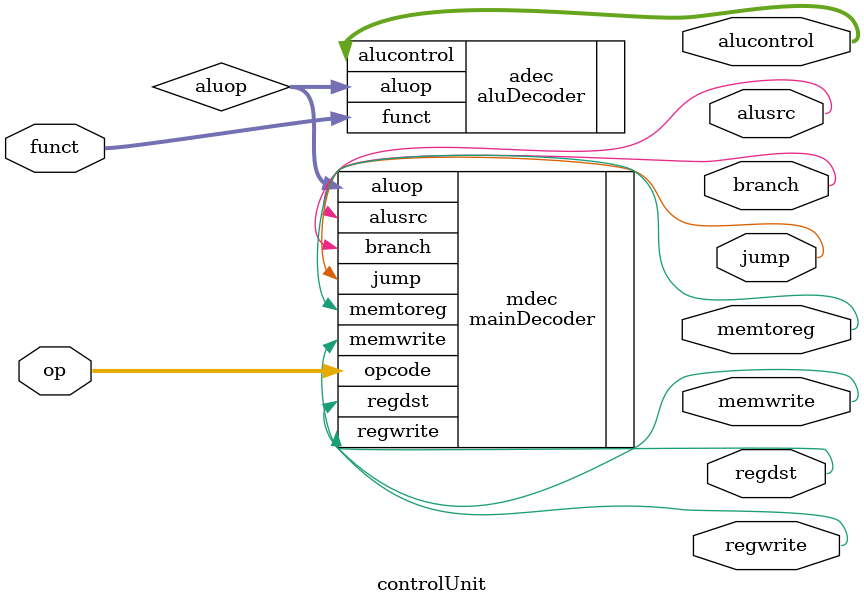
<source format=sv>
module controlUnit(input logic [5:0] funct,
						 op,
						 output logic memtoreg,
						 memwrite,
						 branch,
						 alusrc,
						 regdst,
						 regwrite,
						 jump,
						 output logic [2:0] alucontrol);

	logic [1:0] aluop;
	
	mainDecoder mdec(.opcode(op), .memtoreg(memtoreg), .memwrite(memwrite), .branch(branch),
						  .alusrc(alusrc), .regdst(regdst), .regwrite(regwrite), .aluop(aluop), .jump(jump));
	aluDecoder adec(.funct(funct), .aluop(aluop), .alucontrol(alucontrol));
	
endmodule 
</source>
